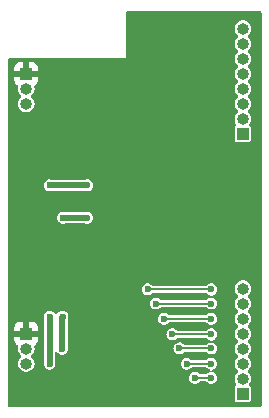
<source format=gbr>
%TF.GenerationSoftware,KiCad,Pcbnew,8.0.9-8.0.9-0~ubuntu22.04.1*%
%TF.CreationDate,2025-04-17T16:20:49+02:00*%
%TF.ProjectId,HB_Stamp_IO_EXT_debug_adapter_FUEL4EP,48425f53-7461-46d7-905f-494f5f455854,1.0*%
%TF.SameCoordinates,Original*%
%TF.FileFunction,Copper,L2,Bot*%
%TF.FilePolarity,Positive*%
%FSLAX46Y46*%
G04 Gerber Fmt 4.6, Leading zero omitted, Abs format (unit mm)*
G04 Created by KiCad (PCBNEW 8.0.9-8.0.9-0~ubuntu22.04.1) date 2025-04-17 16:20:49*
%MOMM*%
%LPD*%
G01*
G04 APERTURE LIST*
%TA.AperFunction,ComponentPad*%
%ADD10R,1.000000X1.000000*%
%TD*%
%TA.AperFunction,ComponentPad*%
%ADD11O,1.000000X1.000000*%
%TD*%
%TA.AperFunction,ViaPad*%
%ADD12C,0.600000*%
%TD*%
%TA.AperFunction,Conductor*%
%ADD13C,0.500000*%
%TD*%
%TA.AperFunction,Conductor*%
%ADD14C,0.200000*%
%TD*%
G04 APERTURE END LIST*
D10*
%TO.P,J1,1,Pin_1*%
%TO.N,GND*%
X1828800Y28451600D03*
D11*
%TO.P,J1,2,Pin_2*%
%TO.N,VCC*%
X1828800Y27181600D03*
%TO.P,J1,3,Pin_3*%
%TO.N,/plusBAT*%
X1828800Y25911600D03*
%TD*%
D10*
%TO.P,J2,1,Pin_1*%
%TO.N,/A7*%
X20167600Y1371600D03*
D11*
%TO.P,J2,2,Pin_2*%
%TO.N,/A6*%
X20167600Y2641600D03*
%TO.P,J2,3,Pin_3*%
%TO.N,/A5*%
X20167600Y3911600D03*
%TO.P,J2,4,Pin_4*%
%TO.N,/A4*%
X20167600Y5181600D03*
%TO.P,J2,5,Pin_5*%
%TO.N,/SCL*%
X20167600Y6451600D03*
%TO.P,J2,6,Pin_6*%
%TO.N,/SDA*%
X20167600Y7721600D03*
%TO.P,J2,7,Pin_7*%
%TO.N,/A3*%
X20167600Y8991600D03*
%TO.P,J2,8,Pin_8*%
%TO.N,/A2*%
X20167600Y10261600D03*
%TD*%
D10*
%TO.P,J4,1,Pin_1*%
%TO.N,/A7*%
X20167600Y23371600D03*
D11*
%TO.P,J4,2,Pin_2*%
%TO.N,/A6*%
X20167600Y24641600D03*
%TO.P,J4,3,Pin_3*%
%TO.N,/A5*%
X20167600Y25911600D03*
%TO.P,J4,4,Pin_4*%
%TO.N,/A4*%
X20167600Y27181600D03*
%TO.P,J4,5,Pin_5*%
%TO.N,/SCL*%
X20167600Y28451600D03*
%TO.P,J4,6,Pin_6*%
%TO.N,/SDA*%
X20167600Y29721600D03*
%TO.P,J4,7,Pin_7*%
%TO.N,/A3*%
X20167600Y30991600D03*
%TO.P,J4,8,Pin_8*%
%TO.N,/A2*%
X20167600Y32261600D03*
%TD*%
D10*
%TO.P,J3,1,Pin_1*%
%TO.N,GND*%
X1828800Y6451600D03*
D11*
%TO.P,J3,2,Pin_2*%
%TO.N,VCC*%
X1828800Y5181600D03*
%TO.P,J3,3,Pin_3*%
%TO.N,/plusBAT*%
X1828800Y3911600D03*
%TD*%
D12*
%TO.N,VCC*%
X6985000Y16256000D03*
X4953000Y16256000D03*
%TO.N,/SCL*%
X17500000Y6400000D03*
X14200000Y6400000D03*
%TO.N,/SDA*%
X13500000Y7700000D03*
X17500000Y7700000D03*
%TO.N,VCC*%
X4900000Y7900000D03*
X4881600Y5181600D03*
%TO.N,/plusBAT*%
X3800000Y3900000D03*
X3800000Y19000000D03*
X7000000Y19000000D03*
X3800000Y7900000D03*
%TO.N,/A4*%
X17500000Y5200000D03*
X14800000Y5200000D03*
%TO.N,/A2*%
X12100000Y10200000D03*
X17500000Y10200000D03*
%TO.N,/A5*%
X15400000Y3900000D03*
X17500000Y3900000D03*
%TO.N,/A3*%
X17500000Y9000000D03*
X12800000Y9000000D03*
%TO.N,/A6*%
X16100000Y2700000D03*
X17500000Y2700000D03*
%TD*%
D13*
%TO.N,VCC*%
X6985000Y16256000D02*
X4953000Y16256000D01*
D14*
%TO.N,/SCL*%
X17500000Y6400000D02*
X14200000Y6400000D01*
%TO.N,/SDA*%
X17500000Y7700000D02*
X13500000Y7700000D01*
D13*
%TO.N,VCC*%
X4881600Y5181600D02*
X4881600Y7881600D01*
X4881600Y7881600D02*
X4900000Y7900000D01*
%TO.N,/plusBAT*%
X7000000Y19000000D02*
X3800000Y19000000D01*
X3800000Y3900000D02*
X3800000Y7900000D01*
D14*
%TO.N,/A4*%
X17500000Y5200000D02*
X14800000Y5200000D01*
%TO.N,/A2*%
X17500000Y10200000D02*
X12100000Y10200000D01*
%TO.N,/A5*%
X17500000Y3900000D02*
X15400000Y3900000D01*
%TO.N,/A3*%
X17500000Y9000000D02*
X12800000Y9000000D01*
%TO.N,/A6*%
X17500000Y2700000D02*
X16100000Y2700000D01*
%TD*%
%TA.AperFunction,Conductor*%
%TO.N,GND*%
G36*
X21693039Y33730315D02*
G01*
X21738794Y33677511D01*
X21750000Y33626000D01*
X21750000Y374000D01*
X21730315Y306961D01*
X21677511Y261206D01*
X21626000Y250000D01*
X374000Y250000D01*
X306961Y269685D01*
X261206Y322489D01*
X250000Y374000D01*
X250000Y6201600D01*
X828800Y6201600D01*
X828800Y5903755D01*
X835201Y5844227D01*
X835203Y5844220D01*
X885445Y5709513D01*
X885449Y5709506D01*
X971609Y5594413D01*
X1086721Y5508240D01*
X1088646Y5507189D01*
X1090193Y5505640D01*
X1093811Y5502933D01*
X1093421Y5502412D01*
X1138045Y5457777D01*
X1152888Y5389503D01*
X1145149Y5354398D01*
X1143660Y5350473D01*
X1143659Y5350469D01*
X1123155Y5181600D01*
X1143659Y5012730D01*
X1143660Y5012725D01*
X1203982Y4853668D01*
X1300618Y4713669D01*
X1384434Y4639415D01*
X1421561Y4580226D01*
X1420793Y4510360D01*
X1384434Y4453785D01*
X1300618Y4379530D01*
X1203982Y4239531D01*
X1143660Y4080474D01*
X1143659Y4080469D01*
X1123155Y3911600D01*
X1143659Y3742730D01*
X1143660Y3742725D01*
X1203982Y3583668D01*
X1300616Y3443672D01*
X1427950Y3330863D01*
X1578573Y3251810D01*
X1743744Y3211100D01*
X1913856Y3211100D01*
X2079026Y3251810D01*
X2229649Y3330863D01*
X2307124Y3399500D01*
X2356983Y3443671D01*
X2453618Y3583670D01*
X2513940Y3742728D01*
X2534445Y3911600D01*
X2513940Y4080472D01*
X2453618Y4239530D01*
X2356983Y4379529D01*
X2273163Y4453786D01*
X2236038Y4512974D01*
X2236806Y4582839D01*
X2273163Y4639413D01*
X2356983Y4713671D01*
X2453618Y4853670D01*
X2513940Y5012728D01*
X2534445Y5181600D01*
X2513940Y5350472D01*
X2512454Y5354388D01*
X2512218Y5357457D01*
X2512145Y5357754D01*
X2512194Y5357766D01*
X2507083Y5424048D01*
X2540226Y5485557D01*
X2568966Y5507197D01*
X2570893Y5508249D01*
X2685987Y5594409D01*
X2685990Y5594412D01*
X2772150Y5709506D01*
X2772154Y5709513D01*
X2822396Y5844220D01*
X2822398Y5844227D01*
X2828799Y5903755D01*
X2828800Y5903772D01*
X2828800Y6201600D01*
X2038418Y6201600D01*
X2088864Y6252046D01*
X2131651Y6326155D01*
X2153800Y6408813D01*
X2153800Y6494387D01*
X2131651Y6577045D01*
X2088864Y6651154D01*
X2038418Y6701600D01*
X2078800Y6701600D01*
X2828800Y6701600D01*
X2828800Y6999427D01*
X2828799Y6999444D01*
X2822398Y7058972D01*
X2822396Y7058979D01*
X2772154Y7193686D01*
X2772150Y7193693D01*
X2685990Y7308787D01*
X2685987Y7308790D01*
X2570893Y7394950D01*
X2570886Y7394954D01*
X2436179Y7445196D01*
X2436172Y7445198D01*
X2376644Y7451599D01*
X2376628Y7451600D01*
X2078800Y7451600D01*
X2078800Y6701600D01*
X2038418Y6701600D01*
X2028354Y6711664D01*
X1954245Y6754451D01*
X1871587Y6776600D01*
X1786013Y6776600D01*
X1703355Y6754451D01*
X1629246Y6711664D01*
X1568736Y6651154D01*
X1525949Y6577045D01*
X1503800Y6494387D01*
X1503800Y6408813D01*
X1525949Y6326155D01*
X1568736Y6252046D01*
X1619182Y6201600D01*
X828800Y6201600D01*
X250000Y6201600D01*
X250000Y6999444D01*
X828800Y6999444D01*
X828800Y6701600D01*
X1578800Y6701600D01*
X1578800Y7451600D01*
X1280972Y7451600D01*
X1280955Y7451599D01*
X1221427Y7445198D01*
X1221420Y7445196D01*
X1086713Y7394954D01*
X1086706Y7394950D01*
X971612Y7308790D01*
X971609Y7308787D01*
X885449Y7193693D01*
X885445Y7193686D01*
X835203Y7058979D01*
X835201Y7058972D01*
X828800Y6999444D01*
X250000Y6999444D01*
X250000Y7900000D01*
X3294353Y7900000D01*
X3314834Y7757542D01*
X3314835Y7757541D01*
X3338294Y7706174D01*
X3349500Y7654663D01*
X3349500Y4145335D01*
X3338294Y4093825D01*
X3314835Y4042457D01*
X3314834Y4042454D01*
X3314834Y4042453D01*
X3294353Y3900000D01*
X3314834Y3757543D01*
X3374622Y3626628D01*
X3374623Y3626626D01*
X3468873Y3517856D01*
X3589950Y3440045D01*
X3589949Y3440045D01*
X3728036Y3399500D01*
X3728039Y3399500D01*
X3871963Y3399500D01*
X4010050Y3440045D01*
X4131126Y3517856D01*
X4131128Y3517857D01*
X4225377Y3626627D01*
X4285165Y3757543D01*
X4305647Y3900000D01*
X14894353Y3900000D01*
X14914834Y3757543D01*
X14974622Y3626628D01*
X14974623Y3626626D01*
X15068873Y3517856D01*
X15189950Y3440045D01*
X15189949Y3440045D01*
X15328036Y3399500D01*
X15328039Y3399500D01*
X15471963Y3399500D01*
X15610050Y3440045D01*
X15731126Y3517856D01*
X15731128Y3517857D01*
X15764788Y3556703D01*
X15823567Y3594477D01*
X15858501Y3599500D01*
X17041499Y3599500D01*
X17108538Y3579815D01*
X17135212Y3556703D01*
X17168873Y3517856D01*
X17289948Y3440045D01*
X17361704Y3418977D01*
X17420482Y3381203D01*
X17449507Y3317647D01*
X17439563Y3248489D01*
X17393809Y3195685D01*
X17361704Y3181023D01*
X17289948Y3159954D01*
X17246683Y3132148D01*
X17168872Y3082143D01*
X17135212Y3043297D01*
X17076433Y3005523D01*
X17041499Y3000500D01*
X16558501Y3000500D01*
X16491462Y3020185D01*
X16464788Y3043297D01*
X16431128Y3082143D01*
X16310053Y3159953D01*
X16171962Y3200499D01*
X16171962Y3200500D01*
X16171961Y3200500D01*
X16028039Y3200500D01*
X16028038Y3200500D01*
X16028036Y3200499D01*
X15997107Y3191417D01*
X15889949Y3159954D01*
X15889947Y3159953D01*
X15768872Y3082143D01*
X15674623Y2973373D01*
X15674622Y2973371D01*
X15614834Y2842456D01*
X15594353Y2700000D01*
X15614834Y2557543D01*
X15674622Y2426628D01*
X15674623Y2426626D01*
X15768873Y2317856D01*
X15889950Y2240045D01*
X15889949Y2240045D01*
X16028036Y2199500D01*
X16028039Y2199500D01*
X16171963Y2199500D01*
X16310050Y2240045D01*
X16334452Y2255727D01*
X16431128Y2317857D01*
X16464788Y2356703D01*
X16523567Y2394477D01*
X16558501Y2399500D01*
X17041499Y2399500D01*
X17108538Y2379815D01*
X17135212Y2356703D01*
X17168873Y2317856D01*
X17289950Y2240045D01*
X17289949Y2240045D01*
X17428036Y2199500D01*
X17428039Y2199500D01*
X17571963Y2199500D01*
X17710050Y2240045D01*
X17734452Y2255727D01*
X17831128Y2317857D01*
X17925377Y2426627D01*
X17985165Y2557543D01*
X18005647Y2700000D01*
X17985165Y2842457D01*
X17925377Y2973373D01*
X17831128Y3082143D01*
X17710053Y3159953D01*
X17710050Y3159954D01*
X17638296Y3181023D01*
X17579518Y3218797D01*
X17550492Y3282352D01*
X17560435Y3351511D01*
X17606190Y3404315D01*
X17638296Y3418977D01*
X17710050Y3440045D01*
X17831126Y3517856D01*
X17831128Y3517857D01*
X17925377Y3626627D01*
X17985165Y3757543D01*
X18005647Y3900000D01*
X17985165Y4042457D01*
X17925377Y4173373D01*
X17831128Y4282143D01*
X17710053Y4359953D01*
X17571962Y4400499D01*
X17571962Y4400500D01*
X17571961Y4400500D01*
X17428039Y4400500D01*
X17428038Y4400500D01*
X17428036Y4400499D01*
X17289949Y4359954D01*
X17289947Y4359953D01*
X17168872Y4282143D01*
X17135212Y4243297D01*
X17076433Y4205523D01*
X17041499Y4200500D01*
X15858501Y4200500D01*
X15791462Y4220185D01*
X15764788Y4243297D01*
X15731128Y4282143D01*
X15610053Y4359953D01*
X15471962Y4400499D01*
X15471962Y4400500D01*
X15471961Y4400500D01*
X15328039Y4400500D01*
X15328038Y4400500D01*
X15328036Y4400499D01*
X15189949Y4359954D01*
X15189947Y4359953D01*
X15068872Y4282143D01*
X14974623Y4173373D01*
X14974622Y4173371D01*
X14914834Y4042456D01*
X14894353Y3900000D01*
X4305647Y3900000D01*
X4285165Y4042457D01*
X4261705Y4093825D01*
X4250500Y4145335D01*
X4250500Y4813186D01*
X4270185Y4880225D01*
X4322989Y4925980D01*
X4392147Y4935924D01*
X4455703Y4906899D01*
X4468213Y4894389D01*
X4550473Y4799456D01*
X4671550Y4721645D01*
X4671549Y4721645D01*
X4809636Y4681100D01*
X4809639Y4681100D01*
X4953563Y4681100D01*
X5091650Y4721645D01*
X5212726Y4799456D01*
X5212728Y4799457D01*
X5306977Y4908227D01*
X5366765Y5039143D01*
X5387247Y5181600D01*
X5366765Y5324057D01*
X5343305Y5375425D01*
X5332100Y5426935D01*
X5332100Y6400000D01*
X13694353Y6400000D01*
X13714834Y6257543D01*
X13774622Y6126628D01*
X13774623Y6126626D01*
X13868873Y6017856D01*
X13989950Y5940045D01*
X13989949Y5940045D01*
X14128036Y5899500D01*
X14128039Y5899500D01*
X14271963Y5899500D01*
X14410050Y5940045D01*
X14531126Y6017856D01*
X14531128Y6017857D01*
X14564788Y6056703D01*
X14623567Y6094477D01*
X14658501Y6099500D01*
X17041499Y6099500D01*
X17108538Y6079815D01*
X17135212Y6056703D01*
X17168873Y6017856D01*
X17289948Y5940045D01*
X17361704Y5918977D01*
X17420482Y5881203D01*
X17449507Y5817647D01*
X17439563Y5748489D01*
X17393809Y5695685D01*
X17361704Y5681023D01*
X17289948Y5659954D01*
X17246683Y5632148D01*
X17168872Y5582143D01*
X17135212Y5543297D01*
X17076433Y5505523D01*
X17041499Y5500500D01*
X15258501Y5500500D01*
X15191462Y5520185D01*
X15164788Y5543297D01*
X15131128Y5582143D01*
X15010053Y5659953D01*
X14871962Y5700499D01*
X14871962Y5700500D01*
X14871961Y5700500D01*
X14728039Y5700500D01*
X14728038Y5700500D01*
X14728036Y5700499D01*
X14697107Y5691417D01*
X14589949Y5659954D01*
X14589947Y5659953D01*
X14468872Y5582143D01*
X14374623Y5473373D01*
X14374622Y5473371D01*
X14314834Y5342456D01*
X14294353Y5200000D01*
X14314834Y5057543D01*
X14374622Y4926628D01*
X14374623Y4926626D01*
X14468873Y4817856D01*
X14589950Y4740045D01*
X14589949Y4740045D01*
X14728036Y4699500D01*
X14728039Y4699500D01*
X14871963Y4699500D01*
X15010050Y4740045D01*
X15102497Y4799457D01*
X15131128Y4817857D01*
X15164788Y4856703D01*
X15223567Y4894477D01*
X15258501Y4899500D01*
X17041499Y4899500D01*
X17108538Y4879815D01*
X17135212Y4856703D01*
X17168873Y4817856D01*
X17289950Y4740045D01*
X17289949Y4740045D01*
X17428036Y4699500D01*
X17428039Y4699500D01*
X17571963Y4699500D01*
X17710050Y4740045D01*
X17802497Y4799457D01*
X17831128Y4817857D01*
X17925377Y4926627D01*
X17985165Y5057543D01*
X18005647Y5200000D01*
X17985165Y5342457D01*
X17925377Y5473373D01*
X17831128Y5582143D01*
X17710053Y5659953D01*
X17710050Y5659954D01*
X17638296Y5681023D01*
X17579518Y5718797D01*
X17550492Y5782352D01*
X17560435Y5851511D01*
X17606190Y5904315D01*
X17638296Y5918977D01*
X17710050Y5940045D01*
X17831126Y6017856D01*
X17831128Y6017857D01*
X17925377Y6126627D01*
X17985165Y6257543D01*
X18005647Y6400000D01*
X17985165Y6542457D01*
X17925377Y6673373D01*
X17831128Y6782143D01*
X17710053Y6859953D01*
X17571962Y6900499D01*
X17571962Y6900500D01*
X17571961Y6900500D01*
X17428039Y6900500D01*
X17428038Y6900500D01*
X17428036Y6900499D01*
X17289949Y6859954D01*
X17289947Y6859953D01*
X17168872Y6782143D01*
X17144877Y6754451D01*
X17135212Y6743297D01*
X17076433Y6705523D01*
X17041499Y6700500D01*
X14658501Y6700500D01*
X14591462Y6720185D01*
X14564788Y6743297D01*
X14555123Y6754451D01*
X14531128Y6782143D01*
X14410053Y6859953D01*
X14271962Y6900499D01*
X14271962Y6900500D01*
X14271961Y6900500D01*
X14128039Y6900500D01*
X14128038Y6900500D01*
X14128036Y6900499D01*
X13989949Y6859954D01*
X13989947Y6859953D01*
X13868872Y6782143D01*
X13774623Y6673373D01*
X13774622Y6673371D01*
X13714834Y6542456D01*
X13694353Y6400000D01*
X5332100Y6400000D01*
X5332100Y7614373D01*
X5343306Y7665885D01*
X5358886Y7700000D01*
X12994353Y7700000D01*
X13014834Y7557543D01*
X13074622Y7426628D01*
X13074623Y7426626D01*
X13168873Y7317856D01*
X13289950Y7240045D01*
X13289949Y7240045D01*
X13428036Y7199500D01*
X13428039Y7199500D01*
X13571963Y7199500D01*
X13710050Y7240045D01*
X13734452Y7255727D01*
X13831128Y7317857D01*
X13864788Y7356703D01*
X13923567Y7394477D01*
X13958501Y7399500D01*
X17041499Y7399500D01*
X17108538Y7379815D01*
X17135212Y7356703D01*
X17168873Y7317856D01*
X17289950Y7240045D01*
X17289949Y7240045D01*
X17428036Y7199500D01*
X17428039Y7199500D01*
X17571963Y7199500D01*
X17710050Y7240045D01*
X17734452Y7255727D01*
X17831128Y7317857D01*
X17925377Y7426627D01*
X17985165Y7557543D01*
X18005647Y7700000D01*
X17985165Y7842457D01*
X17925377Y7973373D01*
X17831128Y8082143D01*
X17710053Y8159953D01*
X17571962Y8200499D01*
X17571962Y8200500D01*
X17571961Y8200500D01*
X17428039Y8200500D01*
X17428038Y8200500D01*
X17428036Y8200499D01*
X17289949Y8159954D01*
X17289947Y8159953D01*
X17168872Y8082143D01*
X17140614Y8049531D01*
X17135212Y8043297D01*
X17076433Y8005523D01*
X17041499Y8000500D01*
X13958501Y8000500D01*
X13891462Y8020185D01*
X13864788Y8043297D01*
X13859386Y8049531D01*
X13831128Y8082143D01*
X13710053Y8159953D01*
X13571962Y8200499D01*
X13571962Y8200500D01*
X13571961Y8200500D01*
X13428039Y8200500D01*
X13428038Y8200500D01*
X13428036Y8200499D01*
X13289949Y8159954D01*
X13289947Y8159953D01*
X13168872Y8082143D01*
X13074623Y7973373D01*
X13074622Y7973371D01*
X13014834Y7842456D01*
X12994353Y7700000D01*
X5358886Y7700000D01*
X5385165Y7757543D01*
X5405647Y7900000D01*
X5385165Y8042457D01*
X5325377Y8173373D01*
X5231128Y8282143D01*
X5110053Y8359953D01*
X4971962Y8400499D01*
X4971962Y8400500D01*
X4971961Y8400500D01*
X4828039Y8400500D01*
X4828038Y8400500D01*
X4828036Y8400499D01*
X4689949Y8359954D01*
X4689947Y8359953D01*
X4568872Y8282143D01*
X4474623Y8173373D01*
X4462794Y8147471D01*
X4417040Y8094668D01*
X4350000Y8074983D01*
X4282961Y8094667D01*
X4237206Y8147471D01*
X4225377Y8173373D01*
X4131128Y8282143D01*
X4010053Y8359953D01*
X3871962Y8400499D01*
X3871962Y8400500D01*
X3871961Y8400500D01*
X3728039Y8400500D01*
X3728038Y8400500D01*
X3728036Y8400499D01*
X3589949Y8359954D01*
X3589947Y8359953D01*
X3468872Y8282143D01*
X3374623Y8173373D01*
X3374622Y8173371D01*
X3314834Y8042456D01*
X3294353Y7900000D01*
X250000Y7900000D01*
X250000Y10200000D01*
X11594353Y10200000D01*
X11614834Y10057543D01*
X11674622Y9926628D01*
X11674623Y9926626D01*
X11768873Y9817856D01*
X11889950Y9740045D01*
X11889949Y9740045D01*
X12028036Y9699500D01*
X12028039Y9699500D01*
X12171963Y9699500D01*
X12310050Y9740045D01*
X12334452Y9755727D01*
X12431128Y9817857D01*
X12464788Y9856703D01*
X12523567Y9894477D01*
X12558501Y9899500D01*
X17041499Y9899500D01*
X17108538Y9879815D01*
X17135212Y9856703D01*
X17168873Y9817856D01*
X17289948Y9740045D01*
X17361704Y9718977D01*
X17420482Y9681203D01*
X17449507Y9617647D01*
X17439563Y9548489D01*
X17393809Y9495685D01*
X17361704Y9481023D01*
X17289948Y9459954D01*
X17289287Y9459529D01*
X17168872Y9382143D01*
X17135212Y9343297D01*
X17076433Y9305523D01*
X17041499Y9300500D01*
X13258501Y9300500D01*
X13191462Y9320185D01*
X13164788Y9343297D01*
X13131128Y9382143D01*
X13010053Y9459953D01*
X12871962Y9500499D01*
X12871962Y9500500D01*
X12871961Y9500500D01*
X12728039Y9500500D01*
X12728038Y9500500D01*
X12728036Y9500499D01*
X12697107Y9491417D01*
X12589949Y9459954D01*
X12589947Y9459953D01*
X12468872Y9382143D01*
X12374623Y9273373D01*
X12374622Y9273371D01*
X12314834Y9142456D01*
X12294353Y9000000D01*
X12314834Y8857543D01*
X12374622Y8726628D01*
X12374623Y8726626D01*
X12468873Y8617856D01*
X12589950Y8540045D01*
X12589949Y8540045D01*
X12728036Y8499500D01*
X12728039Y8499500D01*
X12871963Y8499500D01*
X13010050Y8540045D01*
X13131126Y8617856D01*
X13131128Y8617857D01*
X13164788Y8656703D01*
X13223567Y8694477D01*
X13258501Y8699500D01*
X17041499Y8699500D01*
X17108538Y8679815D01*
X17135212Y8656703D01*
X17168873Y8617856D01*
X17289950Y8540045D01*
X17289949Y8540045D01*
X17428036Y8499500D01*
X17428039Y8499500D01*
X17571963Y8499500D01*
X17710050Y8540045D01*
X17831126Y8617856D01*
X17831128Y8617857D01*
X17925377Y8726627D01*
X17985165Y8857543D01*
X18005647Y9000000D01*
X17985165Y9142457D01*
X17925377Y9273373D01*
X17831128Y9382143D01*
X17710053Y9459953D01*
X17710050Y9459954D01*
X17638296Y9481023D01*
X17579518Y9518797D01*
X17550492Y9582352D01*
X17560435Y9651511D01*
X17606190Y9704315D01*
X17638296Y9718977D01*
X17710050Y9740045D01*
X17734452Y9755727D01*
X17831128Y9817857D01*
X17925377Y9926627D01*
X17985165Y10057543D01*
X18005647Y10200000D01*
X17996790Y10261600D01*
X19461955Y10261600D01*
X19482459Y10092730D01*
X19482460Y10092725D01*
X19542782Y9933668D01*
X19639418Y9793669D01*
X19723234Y9719415D01*
X19760361Y9660226D01*
X19759593Y9590360D01*
X19723234Y9533785D01*
X19639418Y9459530D01*
X19542782Y9319531D01*
X19482460Y9160474D01*
X19482459Y9160469D01*
X19461955Y8991600D01*
X19482459Y8822730D01*
X19482460Y8822725D01*
X19542782Y8663668D01*
X19639418Y8523669D01*
X19723234Y8449415D01*
X19760361Y8390226D01*
X19759593Y8320360D01*
X19723234Y8263785D01*
X19639418Y8189530D01*
X19542782Y8049531D01*
X19482460Y7890474D01*
X19482459Y7890469D01*
X19461955Y7721600D01*
X19482459Y7552730D01*
X19482460Y7552725D01*
X19542782Y7393668D01*
X19639418Y7253669D01*
X19723234Y7179415D01*
X19760361Y7120226D01*
X19759593Y7050360D01*
X19723234Y6993785D01*
X19639418Y6919530D01*
X19639417Y6919529D01*
X19609485Y6876166D01*
X19542782Y6779531D01*
X19482460Y6620474D01*
X19482459Y6620469D01*
X19461955Y6451600D01*
X19482459Y6282730D01*
X19482460Y6282725D01*
X19542782Y6123668D01*
X19639418Y5983669D01*
X19723234Y5909415D01*
X19760361Y5850226D01*
X19759593Y5780360D01*
X19723234Y5723785D01*
X19639418Y5649530D01*
X19542782Y5509531D01*
X19482460Y5350474D01*
X19482459Y5350469D01*
X19461955Y5181600D01*
X19482459Y5012730D01*
X19482460Y5012725D01*
X19542782Y4853668D01*
X19639418Y4713669D01*
X19723234Y4639415D01*
X19760361Y4580226D01*
X19759593Y4510360D01*
X19723234Y4453785D01*
X19639418Y4379530D01*
X19542782Y4239531D01*
X19482460Y4080474D01*
X19482459Y4080469D01*
X19461955Y3911600D01*
X19482459Y3742730D01*
X19482460Y3742725D01*
X19542782Y3583668D01*
X19639418Y3443669D01*
X19723234Y3369415D01*
X19760361Y3310226D01*
X19759593Y3240360D01*
X19723234Y3183785D01*
X19639418Y3109530D01*
X19542782Y2969531D01*
X19482460Y2810474D01*
X19482459Y2810469D01*
X19461955Y2641600D01*
X19482459Y2472730D01*
X19482460Y2472725D01*
X19542782Y2313668D01*
X19605583Y2222687D01*
X19627466Y2156333D01*
X19610001Y2088681D01*
X19572424Y2049145D01*
X19523047Y2016152D01*
X19478732Y1949830D01*
X19478731Y1949829D01*
X19467100Y1891352D01*
X19467100Y851847D01*
X19478731Y793370D01*
X19478732Y793369D01*
X19523047Y727047D01*
X19589369Y682732D01*
X19589370Y682731D01*
X19647847Y671100D01*
X19647852Y671100D01*
X20687352Y671100D01*
X20745829Y682731D01*
X20745830Y682732D01*
X20812152Y727047D01*
X20856467Y793369D01*
X20856468Y793370D01*
X20868099Y851847D01*
X20868100Y851849D01*
X20868100Y1891350D01*
X20868099Y1891352D01*
X20856468Y1949829D01*
X20856467Y1949830D01*
X20856467Y1949831D01*
X20812152Y2016152D01*
X20762774Y2049145D01*
X20717970Y2102757D01*
X20709263Y2172082D01*
X20729617Y2222688D01*
X20792416Y2313666D01*
X20792417Y2313668D01*
X20794006Y2317856D01*
X20852740Y2472728D01*
X20873245Y2641600D01*
X20852740Y2810472D01*
X20792418Y2969530D01*
X20695783Y3109529D01*
X20611963Y3183786D01*
X20574838Y3242974D01*
X20575606Y3312839D01*
X20611963Y3369413D01*
X20695783Y3443671D01*
X20792418Y3583670D01*
X20852740Y3742728D01*
X20873245Y3911600D01*
X20852740Y4080472D01*
X20792418Y4239530D01*
X20695783Y4379529D01*
X20611963Y4453786D01*
X20574838Y4512974D01*
X20575606Y4582839D01*
X20611963Y4639413D01*
X20695783Y4713671D01*
X20792418Y4853670D01*
X20852740Y5012728D01*
X20873245Y5181600D01*
X20852740Y5350472D01*
X20792418Y5509530D01*
X20695783Y5649529D01*
X20611963Y5723786D01*
X20574838Y5782974D01*
X20575606Y5852839D01*
X20611963Y5909413D01*
X20695783Y5983671D01*
X20762147Y6079815D01*
X20792417Y6123668D01*
X20852739Y6282725D01*
X20852740Y6282730D01*
X20858013Y6326155D01*
X20873245Y6451600D01*
X20852740Y6620472D01*
X20792418Y6779530D01*
X20695783Y6919529D01*
X20611963Y6993786D01*
X20574838Y7052974D01*
X20575606Y7122839D01*
X20611963Y7179413D01*
X20695783Y7253671D01*
X20792418Y7393670D01*
X20852740Y7552728D01*
X20873245Y7721600D01*
X20852740Y7890472D01*
X20792418Y8049530D01*
X20695783Y8189529D01*
X20611963Y8263786D01*
X20574838Y8322974D01*
X20575606Y8392839D01*
X20611963Y8449413D01*
X20695783Y8523671D01*
X20792418Y8663670D01*
X20852740Y8822728D01*
X20873245Y8991600D01*
X20852740Y9160472D01*
X20792418Y9319530D01*
X20695783Y9459529D01*
X20611963Y9533786D01*
X20574838Y9592974D01*
X20575606Y9662839D01*
X20611963Y9719413D01*
X20695783Y9793671D01*
X20787557Y9926627D01*
X20792417Y9933668D01*
X20852739Y10092725D01*
X20852740Y10092730D01*
X20865765Y10200000D01*
X20873245Y10261600D01*
X20852740Y10430472D01*
X20792418Y10589530D01*
X20695783Y10729529D01*
X20568452Y10842334D01*
X20568450Y10842334D01*
X20568449Y10842336D01*
X20497292Y10879681D01*
X20417825Y10921390D01*
X20252656Y10962100D01*
X20082544Y10962100D01*
X19917375Y10921390D01*
X19917373Y10921389D01*
X19766750Y10842336D01*
X19766748Y10842334D01*
X19639417Y10729529D01*
X19639416Y10729527D01*
X19542782Y10589531D01*
X19482460Y10430474D01*
X19482459Y10430469D01*
X19461955Y10261600D01*
X17996790Y10261600D01*
X17985165Y10342457D01*
X17925377Y10473373D01*
X17831128Y10582143D01*
X17710053Y10659953D01*
X17571962Y10700499D01*
X17571962Y10700500D01*
X17571961Y10700500D01*
X17428039Y10700500D01*
X17428038Y10700500D01*
X17428036Y10700499D01*
X17289949Y10659954D01*
X17289947Y10659953D01*
X17168872Y10582143D01*
X17135212Y10543297D01*
X17076433Y10505523D01*
X17041499Y10500500D01*
X12558501Y10500500D01*
X12491462Y10520185D01*
X12464788Y10543297D01*
X12431128Y10582143D01*
X12310053Y10659953D01*
X12171962Y10700499D01*
X12171962Y10700500D01*
X12171961Y10700500D01*
X12028039Y10700500D01*
X12028038Y10700500D01*
X12028036Y10700499D01*
X11889949Y10659954D01*
X11889947Y10659953D01*
X11768872Y10582143D01*
X11674623Y10473373D01*
X11674622Y10473371D01*
X11614834Y10342456D01*
X11594353Y10200000D01*
X250000Y10200000D01*
X250000Y16256000D01*
X4447353Y16256000D01*
X4467834Y16113543D01*
X4527622Y15982628D01*
X4527623Y15982626D01*
X4621873Y15873856D01*
X4742950Y15796045D01*
X4742949Y15796045D01*
X4881036Y15755500D01*
X4881039Y15755500D01*
X5024963Y15755500D01*
X5171563Y15798545D01*
X5171995Y15797073D01*
X5210727Y15805500D01*
X6727273Y15805500D01*
X6766004Y15797073D01*
X6766437Y15798545D01*
X6913036Y15755500D01*
X6913039Y15755500D01*
X7056963Y15755500D01*
X7195050Y15796045D01*
X7316126Y15873856D01*
X7316128Y15873857D01*
X7410377Y15982627D01*
X7470165Y16113543D01*
X7490647Y16256000D01*
X7470165Y16398457D01*
X7410377Y16529373D01*
X7316128Y16638143D01*
X7195053Y16715953D01*
X7056962Y16756499D01*
X7056962Y16756500D01*
X7056961Y16756500D01*
X6913039Y16756500D01*
X6913038Y16756500D01*
X6913036Y16756499D01*
X6766437Y16713455D01*
X6766004Y16714926D01*
X6727273Y16706500D01*
X5210727Y16706500D01*
X5171995Y16714926D01*
X5171563Y16713455D01*
X5077797Y16740985D01*
X5024962Y16756499D01*
X5024962Y16756500D01*
X5024961Y16756500D01*
X4881039Y16756500D01*
X4881038Y16756500D01*
X4881036Y16756499D01*
X4742949Y16715954D01*
X4742947Y16715953D01*
X4621872Y16638143D01*
X4527623Y16529373D01*
X4527622Y16529371D01*
X4467834Y16398456D01*
X4447353Y16256000D01*
X250000Y16256000D01*
X250000Y19000000D01*
X3294353Y19000000D01*
X3314834Y18857543D01*
X3374622Y18726628D01*
X3374623Y18726626D01*
X3468873Y18617856D01*
X3589950Y18540045D01*
X3589949Y18540045D01*
X3728036Y18499500D01*
X3728039Y18499500D01*
X3871963Y18499500D01*
X4018563Y18542545D01*
X4018995Y18541073D01*
X4057727Y18549500D01*
X6742273Y18549500D01*
X6781004Y18541073D01*
X6781437Y18542545D01*
X6928036Y18499500D01*
X6928039Y18499500D01*
X7071963Y18499500D01*
X7210050Y18540045D01*
X7331126Y18617856D01*
X7331128Y18617857D01*
X7425377Y18726627D01*
X7485165Y18857543D01*
X7505647Y19000000D01*
X7485165Y19142457D01*
X7425377Y19273373D01*
X7331128Y19382143D01*
X7210053Y19459953D01*
X7071962Y19500499D01*
X7071962Y19500500D01*
X7071961Y19500500D01*
X6928039Y19500500D01*
X6928038Y19500500D01*
X6928036Y19500499D01*
X6781437Y19457455D01*
X6781004Y19458926D01*
X6742273Y19450500D01*
X4057727Y19450500D01*
X4018995Y19458926D01*
X4018563Y19457455D01*
X3924797Y19484985D01*
X3871962Y19500499D01*
X3871962Y19500500D01*
X3871961Y19500500D01*
X3728039Y19500500D01*
X3728038Y19500500D01*
X3728036Y19500499D01*
X3589949Y19459954D01*
X3589947Y19459953D01*
X3468872Y19382143D01*
X3374623Y19273373D01*
X3374622Y19273371D01*
X3314834Y19142456D01*
X3294353Y19000000D01*
X250000Y19000000D01*
X250000Y28201600D01*
X828800Y28201600D01*
X828800Y27903755D01*
X835201Y27844227D01*
X835203Y27844220D01*
X885445Y27709513D01*
X885449Y27709506D01*
X971609Y27594413D01*
X1086721Y27508240D01*
X1088646Y27507189D01*
X1090193Y27505640D01*
X1093811Y27502933D01*
X1093421Y27502412D01*
X1138045Y27457777D01*
X1152888Y27389503D01*
X1145149Y27354398D01*
X1143660Y27350473D01*
X1143659Y27350469D01*
X1123155Y27181600D01*
X1143659Y27012730D01*
X1143660Y27012725D01*
X1203982Y26853668D01*
X1300618Y26713669D01*
X1384434Y26639415D01*
X1421561Y26580226D01*
X1420793Y26510360D01*
X1384434Y26453785D01*
X1300618Y26379530D01*
X1203982Y26239531D01*
X1143660Y26080474D01*
X1143659Y26080469D01*
X1123155Y25911600D01*
X1143659Y25742730D01*
X1143660Y25742725D01*
X1203982Y25583668D01*
X1300616Y25443672D01*
X1427950Y25330863D01*
X1578573Y25251810D01*
X1743744Y25211100D01*
X1913856Y25211100D01*
X2079026Y25251810D01*
X2229649Y25330863D01*
X2273166Y25369416D01*
X2356983Y25443671D01*
X2453618Y25583670D01*
X2513940Y25742728D01*
X2534445Y25911600D01*
X2513940Y26080472D01*
X2453618Y26239530D01*
X2356983Y26379529D01*
X2273163Y26453786D01*
X2236038Y26512974D01*
X2236806Y26582839D01*
X2273163Y26639413D01*
X2356983Y26713671D01*
X2453618Y26853670D01*
X2513940Y27012728D01*
X2534445Y27181600D01*
X2513940Y27350472D01*
X2512454Y27354388D01*
X2512218Y27357457D01*
X2512145Y27357754D01*
X2512194Y27357766D01*
X2507083Y27424048D01*
X2540226Y27485557D01*
X2568966Y27507197D01*
X2570893Y27508249D01*
X2685987Y27594409D01*
X2685990Y27594412D01*
X2772150Y27709506D01*
X2772154Y27709513D01*
X2822396Y27844220D01*
X2822398Y27844227D01*
X2828799Y27903755D01*
X2828800Y27903772D01*
X2828800Y28201600D01*
X2038418Y28201600D01*
X2088864Y28252046D01*
X2131651Y28326155D01*
X2153800Y28408813D01*
X2153800Y28494387D01*
X2131651Y28577045D01*
X2088864Y28651154D01*
X2038418Y28701600D01*
X2078800Y28701600D01*
X2828800Y28701600D01*
X2828800Y28999427D01*
X2828799Y28999444D01*
X2822398Y29058972D01*
X2822396Y29058979D01*
X2772154Y29193686D01*
X2772150Y29193693D01*
X2685990Y29308787D01*
X2685987Y29308790D01*
X2570893Y29394950D01*
X2570886Y29394954D01*
X2436179Y29445196D01*
X2436172Y29445198D01*
X2376644Y29451599D01*
X2376628Y29451600D01*
X2078800Y29451600D01*
X2078800Y28701600D01*
X2038418Y28701600D01*
X2028354Y28711664D01*
X1954245Y28754451D01*
X1871587Y28776600D01*
X1786013Y28776600D01*
X1703355Y28754451D01*
X1629246Y28711664D01*
X1568736Y28651154D01*
X1525949Y28577045D01*
X1503800Y28494387D01*
X1503800Y28408813D01*
X1525949Y28326155D01*
X1568736Y28252046D01*
X1619182Y28201600D01*
X828800Y28201600D01*
X250000Y28201600D01*
X250000Y28999444D01*
X828800Y28999444D01*
X828800Y28701600D01*
X1578800Y28701600D01*
X1578800Y29451600D01*
X1280972Y29451600D01*
X1280955Y29451599D01*
X1221427Y29445198D01*
X1221420Y29445196D01*
X1086713Y29394954D01*
X1086706Y29394950D01*
X971612Y29308790D01*
X971609Y29308787D01*
X885449Y29193693D01*
X885445Y29193686D01*
X835203Y29058979D01*
X835201Y29058972D01*
X828800Y28999444D01*
X250000Y28999444D01*
X250000Y29626000D01*
X269685Y29693039D01*
X322489Y29738794D01*
X374000Y29750000D01*
X10250000Y29750000D01*
X10250000Y32261600D01*
X19461955Y32261600D01*
X19482459Y32092730D01*
X19482460Y32092725D01*
X19542782Y31933668D01*
X19639418Y31793669D01*
X19723234Y31719415D01*
X19760361Y31660226D01*
X19759593Y31590360D01*
X19723234Y31533785D01*
X19639418Y31459530D01*
X19542782Y31319531D01*
X19482460Y31160474D01*
X19482459Y31160469D01*
X19461955Y30991600D01*
X19482459Y30822730D01*
X19482460Y30822725D01*
X19542782Y30663668D01*
X19639418Y30523669D01*
X19723234Y30449415D01*
X19760361Y30390226D01*
X19759593Y30320360D01*
X19723234Y30263785D01*
X19639418Y30189530D01*
X19542782Y30049531D01*
X19482460Y29890474D01*
X19482459Y29890469D01*
X19461955Y29721600D01*
X19482459Y29552730D01*
X19482460Y29552725D01*
X19542782Y29393668D01*
X19639418Y29253669D01*
X19723234Y29179415D01*
X19760361Y29120226D01*
X19759593Y29050360D01*
X19723234Y28993785D01*
X19639418Y28919530D01*
X19542782Y28779531D01*
X19482460Y28620474D01*
X19482459Y28620469D01*
X19461955Y28451600D01*
X19482459Y28282730D01*
X19482460Y28282725D01*
X19542782Y28123668D01*
X19639418Y27983669D01*
X19723234Y27909415D01*
X19760361Y27850226D01*
X19759593Y27780360D01*
X19723234Y27723785D01*
X19639418Y27649530D01*
X19542782Y27509531D01*
X19482460Y27350474D01*
X19482459Y27350469D01*
X19461955Y27181600D01*
X19482459Y27012730D01*
X19482460Y27012725D01*
X19542782Y26853668D01*
X19639418Y26713669D01*
X19723234Y26639415D01*
X19760361Y26580226D01*
X19759593Y26510360D01*
X19723234Y26453785D01*
X19639418Y26379530D01*
X19542782Y26239531D01*
X19482460Y26080474D01*
X19482459Y26080469D01*
X19461955Y25911600D01*
X19482459Y25742730D01*
X19482460Y25742725D01*
X19542782Y25583668D01*
X19639418Y25443669D01*
X19723234Y25369415D01*
X19760361Y25310226D01*
X19759593Y25240360D01*
X19723234Y25183785D01*
X19639418Y25109530D01*
X19542782Y24969531D01*
X19482460Y24810474D01*
X19482459Y24810469D01*
X19461955Y24641600D01*
X19482459Y24472730D01*
X19482460Y24472725D01*
X19542782Y24313668D01*
X19605583Y24222687D01*
X19627466Y24156333D01*
X19610001Y24088681D01*
X19572424Y24049145D01*
X19523047Y24016152D01*
X19478732Y23949830D01*
X19478731Y23949829D01*
X19467100Y23891352D01*
X19467100Y22851847D01*
X19478731Y22793370D01*
X19478732Y22793369D01*
X19523047Y22727047D01*
X19589369Y22682732D01*
X19589370Y22682731D01*
X19647847Y22671100D01*
X19647852Y22671100D01*
X20687352Y22671100D01*
X20745829Y22682731D01*
X20745830Y22682732D01*
X20812152Y22727047D01*
X20856467Y22793369D01*
X20856468Y22793370D01*
X20868099Y22851847D01*
X20868100Y22851849D01*
X20868100Y23891350D01*
X20868099Y23891352D01*
X20856468Y23949829D01*
X20856467Y23949830D01*
X20856467Y23949831D01*
X20812152Y24016152D01*
X20762774Y24049145D01*
X20717970Y24102757D01*
X20709263Y24172082D01*
X20729617Y24222688D01*
X20792416Y24313666D01*
X20792417Y24313668D01*
X20852739Y24472725D01*
X20852740Y24472730D01*
X20873245Y24641600D01*
X20852740Y24810472D01*
X20792418Y24969530D01*
X20695783Y25109529D01*
X20611963Y25183786D01*
X20574838Y25242974D01*
X20575606Y25312839D01*
X20611963Y25369413D01*
X20695783Y25443671D01*
X20792418Y25583670D01*
X20852740Y25742728D01*
X20873245Y25911600D01*
X20852740Y26080472D01*
X20792418Y26239530D01*
X20695783Y26379529D01*
X20611963Y26453786D01*
X20574838Y26512974D01*
X20575606Y26582839D01*
X20611963Y26639413D01*
X20695783Y26713671D01*
X20792418Y26853670D01*
X20852740Y27012728D01*
X20873245Y27181600D01*
X20852740Y27350472D01*
X20792418Y27509530D01*
X20695783Y27649529D01*
X20611963Y27723786D01*
X20574838Y27782974D01*
X20575606Y27852839D01*
X20611963Y27909413D01*
X20695783Y27983671D01*
X20792418Y28123670D01*
X20852740Y28282728D01*
X20873245Y28451600D01*
X20852740Y28620472D01*
X20792418Y28779530D01*
X20695783Y28919529D01*
X20611963Y28993786D01*
X20574838Y29052974D01*
X20575606Y29122839D01*
X20611963Y29179413D01*
X20695783Y29253671D01*
X20792418Y29393670D01*
X20852740Y29552728D01*
X20873245Y29721600D01*
X20852740Y29890472D01*
X20792418Y30049530D01*
X20695783Y30189529D01*
X20611963Y30263786D01*
X20574838Y30322974D01*
X20575606Y30392839D01*
X20611963Y30449413D01*
X20695783Y30523671D01*
X20792418Y30663670D01*
X20852740Y30822728D01*
X20873245Y30991600D01*
X20852740Y31160472D01*
X20792418Y31319530D01*
X20695783Y31459529D01*
X20611963Y31533786D01*
X20574838Y31592974D01*
X20575606Y31662839D01*
X20611963Y31719413D01*
X20695783Y31793671D01*
X20792418Y31933670D01*
X20852740Y32092728D01*
X20873245Y32261600D01*
X20852740Y32430472D01*
X20792418Y32589530D01*
X20695783Y32729529D01*
X20568452Y32842334D01*
X20568450Y32842334D01*
X20568449Y32842336D01*
X20497292Y32879681D01*
X20417825Y32921390D01*
X20252656Y32962100D01*
X20082544Y32962100D01*
X19917375Y32921390D01*
X19917373Y32921389D01*
X19766750Y32842336D01*
X19766748Y32842334D01*
X19639417Y32729529D01*
X19639416Y32729527D01*
X19542782Y32589531D01*
X19482460Y32430474D01*
X19482459Y32430469D01*
X19461955Y32261600D01*
X10250000Y32261600D01*
X10250000Y33626000D01*
X10269685Y33693039D01*
X10322489Y33738794D01*
X10374000Y33750000D01*
X21626000Y33750000D01*
X21693039Y33730315D01*
G37*
%TD.AperFunction*%
%TD*%
M02*

</source>
